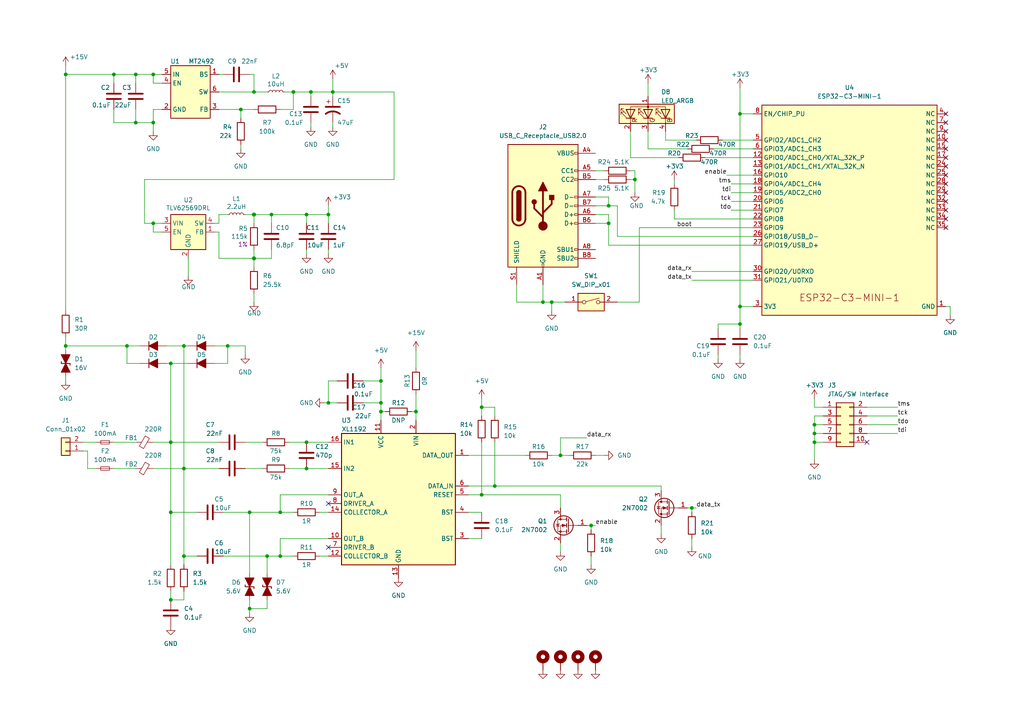
<source format=kicad_sch>
(kicad_sch (version 20231120) (generator "eeschema") (generator_version "8.0")
  (paper "A4")
  (title_block (title "Sappire Captain") (date "2022-12-27") (rev "r0.1") (company "Greg Davill <greg.davill@gmail.com>") (comment 1 "WiFi P1P2 Controller"))
  (junction (at 157.48 87.63))
  (junction (at 143.51 140.97))
  (junction (at 49.53 173.99))
  (junction (at 78.74 62.23))
  (junction (at 77.47 161.29))
  (junction (at 95.25 116.84))
  (junction (at 171.45 152.4))
  (junction (at 110.49 116.84))
  (junction (at 176.53 59.69))
  (junction (at 53.34 135.89))
  (junction (at 39.37 35.56))
  (junction (at 69.85 31.75))
  (junction (at 236.22 125.73))
  (junction (at 53.34 100.33))
  (junction (at 214.63 33.02))
  (junction (at 160.02 87.63))
  (junction (at 90.17 26.67))
  (junction (at 81.28 161.29))
  (junction (at 73.66 74.93) (diameter 1.016))
  (junction (at 214.63 88.9))
  (junction (at 88.9 128.27))
  (junction (at 95.25 62.23))
  (junction (at 110.49 119.38))
  (junction (at 88.9 135.89))
  (junction (at 44.45 64.77))
  (junction (at 81.28 148.59))
  (junction (at 200.66 147.32))
  (junction (at 184.15 52.07))
  (junction (at 139.7 118.11))
  (junction (at 73.66 26.67))
  (junction (at 120.65 119.38))
  (junction (at 72.39 148.59))
  (junction (at 19.05 100.33))
  (junction (at 162.56 132.08))
  (junction (at 44.45 21.59))
  (junction (at 19.05 21.59))
  (junction (at 44.45 35.56))
  (junction (at 236.22 123.19))
  (junction (at 49.53 148.59))
  (junction (at 66.04 100.33))
  (junction (at 73.66 62.23) (diameter 1.016))
  (junction (at 139.7 143.51))
  (junction (at 176.53 64.77))
  (junction (at 39.37 21.59))
  (junction (at 85.09 26.67))
  (junction (at 110.49 110.49))
  (junction (at 53.34 161.29))
  (junction (at 49.53 128.27))
  (junction (at 88.9 62.23))
  (junction (at 96.52 26.67))
  (junction (at 36.83 100.33))
  (junction (at 72.39 176.53))
  (junction (at 33.02 21.59))
  (junction (at 214.63 93.98))
  (junction (at 49.53 105.41))
  (junction (at 236.22 128.27))
  (no_connect (at 274.32 43.18))
  (no_connect (at 95.25 146.05))
  (no_connect (at 274.32 58.42))
  (no_connect (at 274.32 35.56))
  (no_connect (at 274.32 66.04))
  (no_connect (at 274.32 48.26))
  (no_connect (at 251.46 128.27))
  (no_connect (at 274.32 53.34))
  (no_connect (at 274.32 63.5))
  (no_connect (at 274.32 38.1))
  (no_connect (at 274.32 33.02))
  (no_connect (at 274.32 45.72))
  (no_connect (at 274.32 40.64))
  (no_connect (at 95.25 158.75))
  (no_connect (at 274.32 60.96))
  (no_connect (at 274.32 55.88))
  (no_connect (at 274.32 50.8))
  (wire (pts (xy 162.56 147.32) (xy 162.56 143.51)))
  (wire (pts (xy 193.04 38.1) (xy 193.04 40.64)))
  (wire (pts (xy 172.72 64.77) (xy 176.53 64.77)))
  (wire (pts (xy 49.53 105.41) (xy 54.61 105.41)))
  (wire (pts (xy 187.96 24.13) (xy 187.96 27.94)))
  (wire (pts (xy 33.02 35.56) (xy 39.37 35.56)))
  (wire (pts (xy 176.53 59.69) (xy 172.72 59.69)))
  (wire (pts (xy 114.3 52.07) (xy 41.91 52.07)))
  (wire (pts (xy 274.32 88.9) (xy 275.59 88.9)))
  (wire (pts (xy 81.28 31.75) (xy 85.09 31.75)))
  (wire (pts (xy 179.07 59.69) (xy 176.53 59.69)))
  (wire (pts (xy 157.48 82.55) (xy 157.48 87.63)))
  (wire (pts (xy 73.66 21.59) (xy 73.66 26.67)))
  (wire (pts (xy 236.22 115.57) (xy 236.22 118.11)))
  (wire (pts (xy 200.66 147.32) (xy 200.66 148.59)))
  (wire (pts (xy 53.34 100.33) (xy 53.34 135.89)))
  (wire (pts (xy 214.63 33.02) (xy 214.63 25.4)))
  (wire (pts (xy 63.5 67.31) (xy 62.23 67.31)))
  (wire (pts (xy 95.25 72.39) (xy 95.25 73.66)))
  (wire (pts (xy 143.51 128.27) (xy 143.51 140.97)))
  (wire (pts (xy 64.77 148.59) (xy 72.39 148.59)))
  (wire (pts (xy 77.47 161.29) (xy 77.47 166.37)))
  (wire (pts (xy 73.66 74.93) (xy 63.5 74.93)))
  (wire (pts (xy 93.98 116.84) (xy 95.25 116.84)))
  (wire (pts (xy 214.63 33.02) (xy 214.63 88.9)))
  (wire (pts (xy 184.15 49.53) (xy 184.15 52.07)))
  (wire (pts (xy 53.34 161.29) (xy 57.15 161.29)))
  (wire (pts (xy 90.17 26.67) (xy 96.52 26.67)))
  (wire (pts (xy 218.44 33.02) (xy 214.63 33.02)))
  (wire (pts (xy 19.05 19.05) (xy 19.05 21.59)))
  (wire (pts (xy 72.39 148.59) (xy 81.28 148.59)))
  (wire (pts (xy 81.28 156.21) (xy 81.28 161.29)))
  (wire (pts (xy 195.58 52.07) (xy 195.58 53.34)))
  (wire (pts (xy 88.9 128.27) (xy 95.25 128.27)))
  (wire (pts (xy 81.28 148.59) (xy 85.09 148.59)))
  (wire (pts (xy 179.07 68.58) (xy 179.07 59.69)))
  (wire (pts (xy 95.25 143.51) (xy 81.28 143.51)))
  (wire (pts (xy 78.74 74.93) (xy 73.66 74.93)))
  (wire (pts (xy 63.5 26.67) (xy 73.66 26.67)))
  (wire (pts (xy 182.88 52.07) (xy 184.15 52.07)))
  (wire (pts (xy 260.35 118.11) (xy 251.46 118.11)))
  (wire (pts (xy 139.7 115.57) (xy 139.7 118.11)))
  (wire (pts (xy 95.25 110.49) (xy 97.79 110.49)))
  (wire (pts (xy 19.05 21.59) (xy 19.05 90.17)))
  (wire (pts (xy 40.64 105.41) (xy 36.83 105.41)))
  (wire (pts (xy 110.49 121.92) (xy 110.49 119.38)))
  (wire (pts (xy 200.66 147.32) (xy 201.93 147.32)))
  (wire (pts (xy 238.76 120.65) (xy 236.22 120.65)))
  (wire (pts (xy 139.7 118.11) (xy 139.7 120.65)))
  (wire (pts (xy 208.28 102.87) (xy 208.28 104.14)))
  (wire (pts (xy 135.89 143.51) (xy 139.7 143.51)))
  (wire (pts (xy 236.22 125.73) (xy 236.22 128.27)))
  (wire (pts (xy 71.12 135.89) (xy 76.2 135.89)))
  (wire (pts (xy 143.51 140.97) (xy 191.77 140.97)))
  (wire (pts (xy 46.99 21.59) (xy 44.45 21.59)))
  (wire (pts (xy 218.44 45.72) (xy 204.47 45.72)))
  (wire (pts (xy 78.74 62.23) (xy 78.74 64.77)))
  (wire (pts (xy 212.09 60.96) (xy 218.44 60.96)))
  (wire (pts (xy 63.5 74.93) (xy 63.5 67.31)))
  (wire (pts (xy 187.96 43.18) (xy 187.96 38.1)))
  (wire (pts (xy 63.5 31.75) (xy 69.85 31.75)))
  (wire (pts (xy 53.34 135.89) (xy 53.34 161.29)))
  (wire (pts (xy 119.38 119.38) (xy 120.65 119.38)))
  (wire (pts (xy 44.45 128.27) (xy 49.53 128.27)))
  (wire (pts (xy 182.88 49.53) (xy 184.15 49.53)))
  (wire (pts (xy 236.22 118.11) (xy 238.76 118.11)))
  (wire (pts (xy 83.82 128.27) (xy 88.9 128.27)))
  (wire (pts (xy 135.89 148.59) (xy 139.7 148.59)))
  (wire (pts (xy 77.47 161.29) (xy 81.28 161.29)))
  (wire (pts (xy 199.39 147.32) (xy 200.66 147.32)))
  (wire (pts (xy 171.45 152.4) (xy 172.72 152.4)))
  (wire (pts (xy 260.35 123.19) (xy 251.46 123.19)))
  (wire (pts (xy 96.52 35.56) (xy 96.52 36.83)))
  (wire (pts (xy 95.25 116.84) (xy 97.79 116.84)))
  (wire (pts (xy 53.34 135.89) (xy 63.5 135.89)))
  (wire (pts (xy 185.42 87.63) (xy 185.42 66.04)))
  (wire (pts (xy 236.22 128.27) (xy 238.76 128.27)))
  (wire (pts (xy 49.53 171.45) (xy 49.53 173.99)))
  (wire (pts (xy 160.02 132.08) (xy 162.56 132.08)))
  (wire (pts (xy 44.45 21.59) (xy 39.37 21.59)))
  (wire (pts (xy 54.61 100.33) (xy 53.34 100.33)))
  (wire (pts (xy 162.56 157.48) (xy 162.56 160.02)))
  (wire (pts (xy 44.45 67.31) (xy 44.45 64.77)))
  (wire (pts (xy 149.86 82.55) (xy 149.86 87.63)))
  (wire (pts (xy 172.72 132.08) (xy 175.26 132.08)))
  (wire (pts (xy 196.85 45.72) (xy 182.88 45.72)))
  (wire (pts (xy 49.53 173.99) (xy 53.34 173.99)))
  (wire (pts (xy 236.22 120.65) (xy 236.22 123.19)))
  (wire (pts (xy 176.53 64.77) (xy 176.53 71.12)))
  (wire (pts (xy 90.17 35.56) (xy 90.17 36.83)))
  (wire (pts (xy 120.65 114.3) (xy 120.65 119.38)))
  (wire (pts (xy 172.72 52.07) (xy 175.26 52.07)))
  (wire (pts (xy 214.63 88.9) (xy 214.63 93.98)))
  (wire (pts (xy 212.09 55.88) (xy 218.44 55.88)))
  (wire (pts (xy 73.66 62.23) (xy 78.74 62.23)))
  (wire (pts (xy 214.63 102.87) (xy 214.63 104.14)))
  (wire (pts (xy 63.5 21.59) (xy 64.77 21.59)))
  (wire (pts (xy 149.86 87.63) (xy 157.48 87.63)))
  (wire (pts (xy 208.28 93.98) (xy 214.63 93.98)))
  (wire (pts (xy 46.99 24.13) (xy 44.45 24.13)))
  (wire (pts (xy 95.25 59.69) (xy 95.25 62.23)))
  (wire (pts (xy 49.53 163.83) (xy 49.53 148.59)))
  (wire (pts (xy 71.12 100.33) (xy 71.12 102.87)))
  (wire (pts (xy 81.28 161.29) (xy 85.09 161.29)))
  (wire (pts (xy 39.37 31.75) (xy 39.37 35.56)))
  (wire (pts (xy 96.52 22.86) (xy 96.52 26.67)))
  (wire (pts (xy 85.09 26.67) (xy 90.17 26.67)))
  (wire (pts (xy 72.39 21.59) (xy 73.66 21.59)))
  (wire (pts (xy 185.42 66.04) (xy 218.44 66.04)))
  (wire (pts (xy 218.44 88.9) (xy 214.63 88.9)))
  (wire (pts (xy 62.23 105.41) (xy 66.04 105.41)))
  (wire (pts (xy 72.39 176.53) (xy 72.39 177.8)))
  (wire (pts (xy 41.91 64.77) (xy 44.45 64.77)))
  (wire (pts (xy 72.39 148.59) (xy 72.39 166.37)))
  (wire (pts (xy 72.39 173.99) (xy 72.39 176.53)))
  (wire (pts (xy 33.02 128.27) (xy 39.37 128.27)))
  (wire (pts (xy 88.9 62.23) (xy 88.9 64.77)))
  (wire (pts (xy 44.45 135.89) (xy 53.34 135.89)))
  (wire (pts (xy 163.83 87.63) (xy 160.02 87.63)))
  (wire (pts (xy 162.56 127) (xy 170.18 127)))
  (wire (pts (xy 105.41 116.84) (xy 110.49 116.84)))
  (wire (pts (xy 19.05 100.33) (xy 36.83 100.33)))
  (wire (pts (xy 88.9 135.89) (xy 95.25 135.89)))
  (wire (pts (xy 39.37 135.89) (xy 33.02 135.89)))
  (wire (pts (xy 209.55 40.64) (xy 218.44 40.64)))
  (wire (pts (xy 63.5 64.77) (xy 62.23 64.77)))
  (wire (pts (xy 88.9 62.23) (xy 95.25 62.23)))
  (wire (pts (xy 218.44 43.18) (xy 207.01 43.18)))
  (wire (pts (xy 214.63 93.98) (xy 214.63 95.25)))
  (wire (pts (xy 19.05 109.22) (xy 19.05 110.49)))
  (wire (pts (xy 25.4 135.89) (xy 25.4 130.81)))
  (wire (pts (xy 66.04 105.41) (xy 66.04 100.33)))
  (wire (pts (xy 71.12 128.27) (xy 76.2 128.27)))
  (wire (pts (xy 210.82 50.8) (xy 218.44 50.8)))
  (wire (pts (xy 46.99 67.31) (xy 44.45 67.31)))
  (wire (pts (xy 162.56 132.08) (xy 165.1 132.08)))
  (wire (pts (xy 27.94 135.89) (xy 25.4 135.89)))
  (wire (pts (xy 172.72 49.53) (xy 175.26 49.53)))
  (wire (pts (xy 110.49 106.68) (xy 110.49 110.49)))
  (wire (pts (xy 44.45 64.77) (xy 46.99 64.77)))
  (wire (pts (xy 120.65 101.6) (xy 120.65 106.68)))
  (wire (pts (xy 73.66 62.23) (xy 73.66 64.77)))
  (wire (pts (xy 208.28 93.98) (xy 208.28 95.25)))
  (wire (pts (xy 191.77 152.4) (xy 191.77 154.94)))
  (wire (pts (xy 195.58 63.5) (xy 195.58 60.96)))
  (wire (pts (xy 212.09 58.42) (xy 218.44 58.42)))
  (wire (pts (xy 19.05 100.33) (xy 19.05 97.79)))
  (wire (pts (xy 82.55 26.67) (xy 85.09 26.67)))
  (wire (pts (xy 39.37 21.59) (xy 39.37 24.13)))
  (wire (pts (xy 49.53 128.27) (xy 63.5 128.27)))
  (wire (pts (xy 78.74 72.39) (xy 78.74 74.93)))
  (wire (pts (xy 110.49 119.38) (xy 111.76 119.38)))
  (wire (pts (xy 114.3 26.67) (xy 114.3 52.07)))
  (wire (pts (xy 48.26 100.33) (xy 53.34 100.33)))
  (wire (pts (xy 218.44 68.58) (xy 179.07 68.58)))
  (wire (pts (xy 171.45 152.4) (xy 171.45 153.67)))
  (wire (pts (xy 41.91 52.07) (xy 41.91 64.77)))
  (wire (pts (xy 236.22 125.73) (xy 238.76 125.73)))
  (wire (pts (xy 95.25 156.21) (xy 81.28 156.21)))
  (wire (pts (xy 200.66 156.21) (xy 200.66 158.75)))
  (wire (pts (xy 36.83 100.33) (xy 36.83 105.41)))
  (wire (pts (xy 143.51 120.65) (xy 143.51 118.11)))
  (wire (pts (xy 171.45 161.29) (xy 171.45 163.83)))
  (wire (pts (xy 170.18 152.4) (xy 171.45 152.4)))
  (wire (pts (xy 73.66 26.67) (xy 77.47 26.67)))
  (wire (pts (xy 49.53 105.41) (xy 49.53 128.27)))
  (wire (pts (xy 54.61 74.93) (xy 54.61 80.01)))
  (wire (pts (xy 110.49 116.84) (xy 110.49 110.49)))
  (wire (pts (xy 66.04 100.33) (xy 71.12 100.33)))
  (wire (pts (xy 172.72 62.23) (xy 176.53 62.23)))
  (wire (pts (xy 53.34 173.99) (xy 53.34 171.45)))
  (wire (pts (xy 46.99 31.75) (xy 44.45 31.75)))
  (wire (pts (xy 77.47 176.53) (xy 72.39 176.53)))
  (wire (pts (xy 193.04 40.64) (xy 201.93 40.64)))
  (wire (pts (xy 92.71 148.59) (xy 95.25 148.59)))
  (wire (pts (xy 212.09 53.34) (xy 218.44 53.34)))
  (wire (pts (xy 200.66 78.74) (xy 218.44 78.74)))
  (wire (pts (xy 71.12 62.23) (xy 73.66 62.23)))
  (wire (pts (xy 53.34 163.83) (xy 53.34 161.29)))
  (wire (pts (xy 236.22 123.19) (xy 236.22 125.73)))
  (wire (pts (xy 95.25 110.49) (xy 95.25 116.84)))
  (wire (pts (xy 73.66 85.09) (xy 73.66 87.63)))
  (wire (pts (xy 135.89 140.97) (xy 143.51 140.97)))
  (wire (pts (xy 275.59 88.9) (xy 275.59 91.44)))
  (wire (pts (xy 48.26 105.41) (xy 49.53 105.41)))
  (wire (pts (xy 260.35 125.73) (xy 251.46 125.73)))
  (wire (pts (xy 39.37 35.56) (xy 44.45 35.56)))
  (wire (pts (xy 92.71 161.29) (xy 95.25 161.29)))
  (wire (pts (xy 19.05 21.59) (xy 33.02 21.59)))
  (wire (pts (xy 83.82 135.89) (xy 88.9 135.89)))
  (wire (pts (xy 44.45 35.56) (xy 44.45 38.1)))
  (wire (pts (xy 96.52 26.67) (xy 96.52 27.94)))
  (wire (pts (xy 88.9 72.39) (xy 88.9 73.66)))
  (wire (pts (xy 199.39 43.18) (xy 187.96 43.18)))
  (wire (pts (xy 182.88 45.72) (xy 182.88 38.1)))
  (wire (pts (xy 40.64 100.33) (xy 36.83 100.33)))
  (wire (pts (xy 85.09 31.75) (xy 85.09 26.67)))
  (wire (pts (xy 110.49 119.38) (xy 110.49 116.84)))
  (wire (pts (xy 63.5 62.23) (xy 66.04 62.23)))
  (wire (pts (xy 69.85 31.75) (xy 73.66 31.75)))
  (wire (pts (xy 90.17 26.67) (xy 90.17 27.94)))
  (wire (pts (xy 62.23 100.33) (xy 66.04 100.33)))
  (wire (pts (xy 160.02 87.63) (xy 160.02 90.17)))
  (wire (pts (xy 25.4 130.81) (xy 24.13 130.81)))
  (wire (pts (xy 44.45 31.75) (xy 44.45 35.56)))
  (wire (pts (xy 24.13 128.27) (xy 27.94 128.27)))
  (wire (pts (xy 143.51 118.11) (xy 139.7 118.11)))
  (wire (pts (xy 33.02 21.59) (xy 39.37 21.59)))
  (wire (pts (xy 218.44 63.5) (xy 195.58 63.5)))
  (wire (pts (xy 19.05 100.33) (xy 19.05 101.6)))
  (wire (pts (xy 49.53 148.59) (xy 57.15 148.59)))
  (wire (pts (xy 236.22 128.27) (xy 236.22 133.35)))
  (wire (pts (xy 95.25 62.23) (xy 95.25 64.77)))
  (wire (pts (xy 172.72 57.15) (xy 176.53 57.15)))
  (wire (pts (xy 179.07 87.63) (xy 185.42 87.63)))
  (wire (pts (xy 33.02 21.59) (xy 33.02 24.13)))
  (wire (pts (xy 176.53 71.12) (xy 218.44 71.12)))
  (wire (pts (xy 157.48 87.63) (xy 160.02 87.63)))
  (wire (pts (xy 44.45 24.13) (xy 44.45 21.59)))
  (wire (pts (xy 69.85 41.91) (xy 69.85 43.18)))
  (wire (pts (xy 81.28 143.51) (xy 81.28 148.59)))
  (wire (pts (xy 200.66 81.28) (xy 218.44 81.28)))
  (wire (pts (xy 139.7 128.27) (xy 139.7 143.51)))
  (wire (pts (xy 49.53 128.27) (xy 49.53 148.59)))
  (wire (pts (xy 73.66 72.39) (xy 73.66 74.93)))
  (wire (pts (xy 88.9 62.23) (xy 78.74 62.23)))
  (wire (pts (xy 139.7 143.51) (xy 162.56 143.51)))
  (wire (pts (xy 135.89 132.08) (xy 152.4 132.08)))
  (wire (pts (xy 69.85 31.75) (xy 69.85 34.29)))
  (wire (pts (xy 176.53 62.23) (xy 176.53 64.77)))
  (wire (pts (xy 176.53 57.15) (xy 176.53 59.69)))
  (wire (pts (xy 260.35 120.65) (xy 251.46 120.65)))
  (wire (pts (xy 135.89 156.21) (xy 139.7 156.21)))
  (wire (pts (xy 191.77 142.24) (xy 191.77 140.97)))
  (wire (pts (xy 73.66 74.93) (xy 73.66 77.47)))
  (wire (pts (xy 64.77 161.29) (xy 77.47 161.29)))
  (wire (pts (xy 236.22 123.19) (xy 238.76 123.19)))
  (wire (pts (xy 77.47 173.99) (xy 77.47 176.53)))
  (wire (pts (xy 162.56 132.08) (xy 162.56 127)))
  (wire (pts (xy 63.5 62.23) (xy 63.5 64.77)))
  (wire (pts (xy 33.02 31.75) (xy 33.02 35.56)))
  (wire (pts (xy 96.52 26.67) (xy 114.3 26.67)))
  (wire (pts (xy 110.49 110.49) (xy 105.41 110.49)))
  (wire (pts (xy 184.15 52.07) (xy 184.15 55.88)))
  (wire (pts (xy 120.65 119.38) (xy 120.65 121.92)))
  (label "tms" (at 260.35 118.11 0))
  (label "tdi" (at 212.09 55.88 180))
  (label "data_rx" (at 200.66 78.74 180))
  (label "tck" (at 260.35 120.65 0))
  (label "boot" (at 200.66 66.04 180))
  (label "enable" (at 172.72 152.4 0))
  (label "data_tx" (at 201.93 147.32 0))
  (label "tdo" (at 260.35 123.19 0))
  (label "tms" (at 212.09 53.34 180))
  (label "data_tx" (at 200.66 81.28 180))
  (label "enable" (at 210.82 50.8 180))
  (label "data_rx" (at 170.18 127 0))
  (label "tdo" (at 212.09 60.96 180))
  (label "tdi" (at 260.35 125.73 0))
  (label "tck" (at 212.09 58.42 180))
  (symbol (lib_id "Device:D_TVS_Filled") (at 77.47 170.18 90) (unit 1)
    (property "Reference" "D7" (at 80.01 168.9099 90) (effects (justify right)))
    (property "Value" "5.6V" (at 80.01 171.4499 90) (effects (justify right)))
    (property "Footprint" "Diode_SMD:D_SOD-123F" (effects (hide yes)))
    (property "PN" "BZT52H-B5V6,115" (effects (hide yes)))
  )
  (symbol (lib_id "Device:C") (at 49.53 177.8 180) (unit 1)
    (property "Reference" "C4" (at 53.34 176.5299 0) (effects (justify right)))
    (property "Value" "0.1uF" (at 53.34 179.0699 0) (effects (justify right)))
    (property "Footprint" "Capacitor_SMD:C_0402_1005Metric" (effects (hide yes)))
    (property "PN" "CL05B104KO5NNNC" (effects (hide yes)))
    (property "MFG" "Samsung Electro-Mechanics" (effects (hide yes)))
  )
  (symbol (lib_id "power:GND") (at 275.59 91.44 0) (unit 1)
    (property "Reference" "#PWR0107" (effects (hide yes)))
    (property "Value" "GND" (at 275.59 96.52 0))
  )
  (symbol (lib_id "Regulator_Switching:TLV62569DRL") (at 54.61 67.31 0) (unit 1)
    (property "Reference" "U2" (at 54.61 58.0198 0))
    (property "Value" "TLV62569DRL" (at 54.61 60.3185 0))
    (property "Footprint" "Package_TO_SOT_SMD:SOT-666" (effects (hide yes)))
    (property "Datasheet" "http://www.ti.com/lit/ds/symlink/tlv62569.pdf" (effects (hide yes)))
    (property "Mfg" "Texas Instruments" (effects (hide yes)))
    (property "PN" "TLV62569DRLR" (effects (hide yes)))
    (property "MFG" "Texas Instruments" (effects (hide yes)))
  )
  (symbol (lib_id "Device:R") (at 168.91 132.08 270) (unit 1)
    (property "Reference" "R17" (at 168.91 129.54 90))
    (property "Value" "22k" (at 168.91 134.62 90))
    (property "Footprint" "Resistor_SMD:R_0402_1005Metric" (effects (hide yes)))
    (property "MFG" "YAGEO" (effects (hide yes)))
    (property "PN" "RC0402FR-0722KL" (effects (hide yes)))
  )
  (symbol (lib_id "Device:C") (at 33.02 27.94 0) (unit 1)
    (property "Reference" "C2" (at 29.21 25.4 0) (effects (justify left)))
    (property "Value" "0.1uF" (at 26.67 30.48 0) (effects (justify left)))
    (property "Footprint" "Capacitor_SMD:C_0402_1005Metric" (effects (hide yes)))
    (property "PN" "CL05B104KO5NNNC" (effects (hide yes)))
    (property "MFG" "Samsung Electro-Mechanics" (effects (hide yes)))
  )
  (symbol (lib_id "power:GND") (at 200.66 158.75 0) (unit 1)
    (property "Reference" "#PWR0114" (effects (hide yes)))
    (property "Value" "GND" (at 204.47 161.29 0))
  )
  (symbol (lib_id "Device:C") (at 95.25 68.58 0) (mirror y) (unit 1)
    (property "Reference" "C14" (at 96.52 66.04 0) (effects (justify right)))
    (property "Value" "1uF" (at 96.52 71.12 0) (effects (justify right)))
    (property "Footprint" "Capacitor_SMD:C_0402_1005Metric" (effects (hide yes)))
    (property "Mfg" "Yageo" (effects (hide yes)))
    (property "PN" "CL05X105KA5NQNC" (effects (hide yes)))
    (property "MFG" "Samsung Electro-Mechanics" (effects (hide yes)))
  )
  (symbol (lib_id "Device:R") (at 200.66 45.72 90) (unit 1)
    (property "Reference" "R20" (at 195.58 44.45 90))
    (property "Value" "470R" (at 205.74 46.99 90))
    (property "Footprint" "Resistor_SMD:R_0402_1005Metric" (effects (hide yes)))
    (property "MFG" "YAGEO" (effects (hide yes)))
    (property "PN" "RC0402FR-07470RL" (effects (hide yes)))
  )
  (symbol (lib_id "power:+3V3") (at 214.63 25.4 0) (unit 1)
    (property "Reference" "#PWR0101" (effects (hide yes)))
    (property "Value" "+3V3" (at 214.7062 21.5646 0))
  )
  (symbol (lib_id "Device:FerriteBead_Small") (at 41.91 135.89 90) (unit 1)
    (property "Reference" "FB2" (at 38.1 134.62 90))
    (property "Value" "220R" (at 44.45 132.08 90))
    (property "Footprint" "Inductor_SMD:L_0402_1005Metric" (effects (hide yes)))
    (property "MFG" "Chilisin Elec" (effects (hide yes)))
    (property "PN" "PBY100505T-101Y-N" (effects (hide yes)))
  )
  (symbol (lib_id "Device:R") (at 171.45 157.48 180) (unit 1)
    (property "Reference" "R18" (at 173.99 156.845 0) (effects (justify right)))
    (property "Value" "10k" (at 173.99 159.385 0) (effects (justify right)))
    (property "Footprint" "Resistor_SMD:R_0402_1005Metric" (effects (hide yes)))
    (property "MFG" "YAGEO" (effects (hide yes)))
    (property "PN" "RC0402FR-0710KL" (effects (hide yes)))
  )
  (symbol (lib_id "Switch:SW_DIP_x01") (at 171.45 87.63 0) (unit 1)
    (property "Reference" "SW1" (at 171.45 80.01 0))
    (property "Value" "SW_DIP_x01" (at 171.45 82.55 0))
    (property "Footprint" "Button_Switch_SMD:SW_SPST_PTS810" (effects (hide yes)))
    (property "MFG" "C&K" (effects (hide yes)))
    (property "PN" "PTS810SJK250SMTRLFS" (effects (hide yes)))
  )
  (symbol (lib_id "lib:MT2492") (at 54.61 24.13 0) (unit 1)
    (property "Reference" "U1" (at 50.8 17.78 0))
    (property "Value" "MT2492" (at 58.42 17.78 0))
    (property "Footprint" "Package_TO_SOT_SMD:SOT-23-6" (effects (hide yes)))
    (property "Datasheet" "https://datasheet.lcsc.com/lcsc/1810262207_XI-AN-Aerosemi-Tech-MT2492_C89358.pdf" (effects (hide yes)))
    (property "MFG" "XI'AN Aerosemi Tech" (effects (hide yes)))
    (property "PN" "MT2492" (effects (hide yes)))
  )
  (symbol (lib_id "Device:Fuse_Small") (at 30.48 128.27 0) (unit 1)
    (property "Reference" "F1" (at 30.48 123.19 0))
    (property "Value" "100mA" (at 30.48 125.73 0))
    (property "Footprint" "Fuse:Fuse_0402_1005Metric" (effects (hide yes)))
    (property "MFG" "Shenzhen JDT Fuse" (effects (hide yes)))
    (property "PN" "JFC0402-0250FS" (effects (hide yes)))
  )
  (symbol (lib_id "Device:R") (at 80.01 135.89 90) (unit 1)
    (property "Reference" "R9" (at 80.01 133.35 90))
    (property "Value" "75k" (at 80.01 138.43 90))
    (property "Footprint" "Resistor_SMD:R_0402_1005Metric" (effects (hide yes)))
    (property "MFG" "YAGEO" (effects (hide yes)))
    (property "PN" "RC0402FR-0775KL" (effects (hide yes)))
  )
  (symbol (lib_id "Device:C") (at 60.96 148.59 90) (unit 1)
    (property "Reference" "C5" (at 63.5 144.78 90))
    (property "Value" "10uF" (at 64.77 147.32 90))
    (property "Footprint" "Capacitor_SMD:C_0603_1608Metric" (effects (hide yes)))
    (property "MFG" "Samsung Electro-Mechanics" (effects (hide yes)))
    (property "PN" "CL10A106KP8NNNC" (effects (hide yes)))
  )
  (symbol (lib_id "Espressif:ESP32-C3-MINI-1") (at 246.38 60.96 0) (unit 1)
    (property "Reference" "U4" (at 246.38 25.4 0))
    (property "Value" "ESP32-C3-MINI-1" (at 246.38 27.94 0))
    (property "Footprint" "Espressif:ESP32-C3-MINI-1" (effects (hide yes)))
    (property "Datasheet" "https://www.espressif.com/sites/default/files/documentation/esp32-c3-mini-1_datasheet_en.pdf" (effects (hide yes)))
  )
  (symbol (lib_id "power:+5V") (at 139.7 115.57 0) (unit 1)
    (property "Reference" "#PWR0105" (effects (hide yes)))
    (property "Value" "+5V" (at 139.7 110.49 0))
  )
  (symbol (lib_id "Device:L_Small") (at 68.58 62.23 90) (unit 1)
    (property "Reference" "L1" (at 68.58 57.6388 90))
    (property "Value" "2.2uH" (at 68.58 59.9375 90))
    (property "Footprint" "Inductor_SMD:L_Taiyo-Yuden_NR-30xx" (effects (hide yes)))
    (property "Mfg" "MINGSTAR " (effects (hide yes)))
    (property "PN" "UT252010N-2R2M" (effects (hide yes)))
  )
  (symbol (lib_id "power:GND") (at 214.63 104.14 0) (unit 1)
    (property "Reference" "#PWR0109" (effects (hide yes)))
    (property "Value" "GND" (at 214.63 109.22 0))
  )
  (symbol (lib_id "power:GND") (at 184.15 55.88 0) (unit 1)
    (property "Reference" "#PWR0139" (effects (hide yes)))
    (property "Value" "GND" (at 186.69 59.69 0) (effects (justify right)))
  )
  (symbol (lib_id "power:+15V") (at 19.05 19.05 0) (unit 1)
    (property "Reference" "#PWR0130" (effects (hide yes)))
    (property "Value" "+15V" (at 22.86 16.51 0))
  )
  (symbol (lib_id "Device:R") (at 19.05 93.98 0) (unit 1)
    (property "Reference" "R1" (at 21.59 92.7099 0) (effects (justify left)))
    (property "Value" "30R" (at 21.59 95.2499 0) (effects (justify left)))
    (property "Footprint" "Resistor_SMD:R_2010_5025Metric" (effects (hide yes)))
    (property "MFG" "YAGEO" (effects (hide yes)))
    (property "PN" "RC2010JK-0730RL" (effects (hide yes)))
  )
  (symbol (lib_id "power:GND") (at 160.02 90.17 0) (unit 1)
    (property "Reference" "#PWR0104" (effects (hide yes)))
    (property "Value" "GND" (at 160.02 95.25 0))
  )
  (symbol (lib_id "Device:L_Small") (at 80.01 26.67 90) (unit 1)
    (property "Reference" "L2" (at 80.01 22.0788 90))
    (property "Value" "10uH" (at 80.01 24.3775 90))
    (property "Footprint" "Inductor_SMD:L_Taiyo-Yuden_NR-30xx" (effects (hide yes)))
    (property "MFG" "YJYCOIN" (effects (hide yes)))
    (property "PN" "YNR3015-100M" (effects (hide yes)))
    (property "lcsc" "C340363" (effects (hide yes)))
  )
  (symbol (lib_id "power:+5V") (at 110.49 106.68 0) (unit 1)
    (property "Reference" "#PWR0116" (effects (hide yes)))
    (property "Value" "+5V" (at 110.49 101.6 0))
  )
  (symbol (lib_id "Device:C") (at 78.74 68.58 0) (unit 1)
    (property "Reference" "C10" (at 80.01 66.04 0) (effects (justify left)))
    (property "Value" "6.8pF" (at 80.01 71.12 0) (effects (justify left)))
    (property "Footprint" "Capacitor_SMD:C_0402_1005Metric" (effects (hide yes)))
    (property "Mfg" "Yageo" (effects (hide yes)))
    (property "PN" "CC0402CRNPO9BN6R8" (effects (hide yes)))
    (property "MFG" "Samsung Electro-Mechanics" (effects (hide yes)))
  )
  (symbol (lib_id "Device:C") (at 88.9 132.08 0) (unit 1)
    (property "Reference" "C12" (at 91.44 129.54 0) (effects (justify left)))
    (property "Value" "470p" (at 91.44 132.08 0) (effects (justify left)))
    (property "Footprint" "Capacitor_SMD:C_0402_1005Metric" (effects (hide yes)))
    (property "MFG" "Samsung Electro-Mechanics" (effects (hide yes)))
    (property "PN" "CL05B471KB5NNNC" (effects (hide yes)))
  )
  (symbol (lib_id "power:GND") (at 93.98 116.84 270) (unit 1)
    (property "Reference" "#PWR0118" (effects (hide yes)))
    (property "Value" "GND" (at 88.9 116.84 90))
  )
  (symbol (lib_id "Connector_Generic:Conn_02x05_Odd_Even") (at 243.84 123.19 0) (unit 1)
    (property "Reference" "J3" (at 241.3 111.76 0))
    (property "Value" "JTAG/SW Interface" (at 248.92 114.3 0))
    (property "Footprint" "Connector_PinHeader_1.27mm:PinHeader_2x05_P1.27mm_Vertical_SMD" (effects (hide yes)))
  )
  (symbol (lib_id "Device:C_Polarized_US") (at 96.52 31.75 0) (unit 1)
    (property "Reference" "C15" (at 97.79 29.21 0) (effects (justify left)))
    (property "Value" "47uF" (at 97.79 35.56 0) (effects (justify left)))
    (property "Footprint" "Capacitor_SMD:CP_Elec_6.3x4.5" (effects (hide yes)))
    (property "MFG" "DMBJ" (effects (hide yes)))
    (property "PN" "RVT1V470M0605" (effects (hide yes)))
    (property "PN-alt0" "ROQANG " (effects (hide yes)))
    (property "lcsc" "C72522" (effects (hide yes)))
  )
  (symbol (lib_id "Device:Q_NMOS_GSD") (at 165.1 152.4 0) (mirror y) (unit 1)
    (property "Reference" "Q1" (at 158.75 151.1299 0) (effects (justify left)))
    (property "Value" "2N7002" (at 158.75 153.6699 0) (effects (justify left)))
    (property "Footprint" "Package_TO_SOT_SMD:SOT-23" (effects (hide yes)))
    (property "MFG" "Jiangsu Changjing Electronics Technology Co., Ltd." (effects (hide yes)))
    (property "PN" "2N7002" (effects (hide yes)))
  )
  (symbol (lib_id "Device:D_Filled") (at 58.42 105.41 0) (unit 1)
    (property "Reference" "D5" (at 58.42 102.87 0))
    (property "Value" "D_Filled" (effects (hide yes)))
    (property "Footprint" "Diode_SMD:D_SOD-123F" (effects (hide yes)))
    (property "MFG" "Shandong Jingdao Microelectronics" (effects (hide yes)))
    (property "PN" "1N5819W" (effects (hide yes)))
  )
  (symbol (lib_id "Connector_Generic:Conn_01x02") (at 19.05 130.81 180) (unit 1)
    (property "Reference" "J1" (at 19.05 121.92 0))
    (property "Value" "Conn_01x02" (at 19.05 124.46 0))
    (property "Footprint" "TerminalBlock_WAGO:TerminalBlock_WAGO_236-102_1x02_P5.00mm_45Degree" (effects (hide yes)))
    (property "MFG" "WAGO Corporation" (effects (hide yes)))
    (property "PN" "2604-1102" (effects (hide yes)))
  )
  (symbol (lib_id "Device:Fuse_Small") (at 30.48 135.89 0) (unit 1)
    (property "Reference" "F2" (at 30.48 130.81 0))
    (property "Value" "100mA" (at 30.48 133.35 0))
    (property "Footprint" "Fuse:Fuse_0402_1005Metric" (effects (hide yes)))
    (property "MFG" "Shenzhen JDT Fuse" (effects (hide yes)))
    (property "PN" "JFC0402-0250FS" (effects (hide yes)))
  )
  (symbol (lib_id "power:GND") (at 96.52 36.83 0) (unit 1)
    (property "Reference" "#PWR0127" (effects (hide yes)))
    (property "Value" "GND" (at 96.52 41.91 0))
  )
  (symbol (lib_id "power:GND") (at 90.17 36.83 0) (unit 1)
    (property "Reference" "#PWR0128" (effects (hide yes)))
    (property "Value" "GND" (at 90.17 41.91 0))
  )
  (symbol (lib_id "Device:R") (at 156.21 132.08 270) (unit 1)
    (property "Reference" "R16" (at 156.21 129.54 90))
    (property "Value" "10k" (at 156.21 134.62 90))
    (property "Footprint" "Resistor_SMD:R_0402_1005Metric" (effects (hide yes)))
    (property "MFG" "YAGEO" (effects (hide yes)))
    (property "PN" "RC0402FR-0710KL" (effects (hide yes)))
  )
  (symbol (lib_id "Device:LED_ARGB") (at 187.96 33.02 90) (unit 1)
    (property "Reference" "D8" (at 191.77 26.67 90) (effects (justify right)))
    (property "Value" "LED_ARGB" (at 191.77 29.21 90) (effects (justify right)))
    (property "Footprint" "lib:0404LED_RGB" (effects (hide yes)))
  )
  (symbol (lib_id "power:+3V3") (at 187.96 24.13 0) (unit 1)
    (property "Reference" "#PWR0102" (effects (hide yes)))
    (property "Value" "+3V3" (at 188.0362 20.2946 0))
  )
  (symbol (lib_id "Mechanical:MountingHole_Pad") (at 162.56 191.77 0) (unit 1) (in_bom no)
    (property "Reference" "H2" (effects (hide yes)))
    (property "Value" "MountingHole_Pad" (effects (hide yes)))
    (property "Footprint" "MountingHole:MountingHole_3.2mm_M3_Pad_Via" (effects (hide yes)))
  )
  (symbol (lib_id "Device:R") (at 179.07 52.07 90) (unit 1)
    (property "Reference" "R25" (at 175.26 54.61 90))
    (property "Value" "5.1K" (at 180.34 54.61 90))
    (property "Footprint" "Resistor_SMD:R_0402_1005Metric" (effects (hide yes)))
    (property "MFG" "YAGEO" (effects (hide yes)))
    (property "PN" "RC0402FR-075K1L" (effects (hide yes)))
  )
  (symbol (lib_id "Device:C") (at 68.58 21.59 90) (mirror x) (unit 1)
    (property "Reference" "C9" (at 67.31 17.78 90))
    (property "Value" "22nF" (at 72.39 17.78 90))
    (property "Footprint" "Capacitor_SMD:C_0402_1005Metric" (effects (hide yes)))
    (property "Mfg" "Yageo" (effects (hide yes)))
    (property "PN" "CL05B223KB5VPNC" (effects (hide yes)))
    (property "MFG" "Samsung Electro-Mechanics" (effects (hide yes)))
  )
  (symbol (lib_id "Device:R") (at 73.66 68.58 180) (unit 1)
    (property "Reference" "R5" (at 71.882 66.2813 0) (effects (justify left)))
    (property "Value" "115k" (at 71.882 68.58 0) (effects (justify left)))
    (property "Footprint" "Resistor_SMD:R_0402_1005Metric" (effects (hide yes)))
    (property "PN" "RC0402FR-07115KL" (effects (hide yes)))
    (property "Mfg" "Yageo" (effects (hide yes)))
    (property "Tol" "1%" (at 71.882 70.8787 0) (effects (justify left)))
    (property "MFG" "YAGEO" (effects (hide yes)))
  )
  (symbol (lib_id "Device:R") (at 88.9 161.29 90) (unit 1)
    (property "Reference" "R11" (at 88.9 158.75 90))
    (property "Value" "1R" (at 88.9 163.83 90))
    (property "Footprint" "Resistor_SMD:R_0805_2012Metric" (effects (hide yes)))
    (property "MFG" "YAGEO" (effects (hide yes)))
    (property "PN" "RC0805FR-071RL" (effects (hide yes)))
  )
  (symbol (lib_id "power:+3V3") (at 236.22 115.57 0) (unit 1)
    (property "Reference" "#PWR0106" (effects (hide yes)))
    (property "Value" "+3V3" (at 236.2962 111.7346 0))
  )
  (symbol (lib_id "power:GND") (at 162.56 160.02 0) (unit 1)
    (property "Reference" "#PWR0115" (effects (hide yes)))
    (property "Value" "GND" (at 162.56 165.1 0))
  )
  (symbol (lib_id "Device:C") (at 139.7 152.4 0) (unit 1)
    (property "Reference" "C18" (at 143.51 151.1299 0) (effects (justify left)))
    (property "Value" "0.1uF" (at 143.51 153.6699 0) (effects (justify left)))
    (property "Footprint" "Capacitor_SMD:C_0402_1005Metric" (effects (hide yes)))
    (property "PN" "CL05B104KO5NNNC" (effects (hide yes)))
    (property "MFG" "Samsung Electro-Mechanics" (effects (hide yes)))
  )
  (symbol (lib_id "power:GND") (at 167.64 194.31 0) (unit 1)
    (property "Reference" "#PWR0136" (effects (hide yes)))
    (property "Value" "GND" (effects (hide yes)))
  )
  (symbol (lib_id "power:GND") (at 73.66 87.63 0) (unit 1)
    (property "Reference" "#PWR0131" (effects (hide yes)))
    (property "Value" "GND" (at 73.7362 90.8304 0))
  )
  (symbol (lib_id "Device:R") (at 49.53 167.64 180) (unit 1)
    (property "Reference" "R2" (at 46.99 166.3699 0) (effects (justify left)))
    (property "Value" "1.5k" (at 46.99 168.9099 0) (effects (justify left)))
    (property "Footprint" "Resistor_SMD:R_0402_1005Metric" (effects (hide yes)))
    (property "MFG" "YAGEO" (effects (hide yes)))
    (property "PN" "RC0402FR-071K5L" (effects (hide yes)))
  )
  (symbol (lib_id "power:GND") (at 49.53 181.61 0) (unit 1)
    (property "Reference" "#PWR0125" (effects (hide yes)))
    (property "Value" "GND" (at 49.53 186.69 0))
  )
  (symbol (lib_id "power:GND") (at 19.05 110.49 0) (unit 1)
    (property "Reference" "#PWR0124" (effects (hide yes)))
    (property "Value" "GND" (at 19.05 115.57 0))
  )
  (symbol (lib_id "Device:R") (at 77.47 31.75 270) (unit 1)
    (property "Reference" "R7" (at 77.47 35.56 90))
    (property "Value" "100k" (at 77.47 38.1 90))
    (property "Footprint" "Resistor_SMD:R_0402_1005Metric" (effects (hide yes)))
    (property "Mfg" "Yageo" (effects (hide yes)))
    (property "Tol" "1%" (effects (hide yes)))
    (property "MFG" "YAGEO" (effects (hide yes)))
    (property "PN" "RC0402FR-07100KL" (effects (hide yes)))
  )
  (symbol (lib_id "Device:C") (at 67.31 128.27 90) (unit 1)
    (property "Reference" "C7" (at 60.96 123.19 90))
    (property "Value" "22nF" (at 62.23 125.73 90))
    (property "Footprint" "Capacitor_SMD:C_0402_1005Metric" (effects (hide yes)))
    (property "MFG" "Samsung Electro-Mechanics" (effects (hide yes)))
    (property "PN" "CL05B223KB5VPNC" (effects (hide yes)))
  )
  (symbol (lib_id "power:GND") (at 162.56 194.31 0) (unit 1)
    (property "Reference" "#PWR0135" (effects (hide yes)))
    (property "Value" "GND" (effects (hide yes)))
  )
  (symbol (lib_id "Device:D_Filled") (at 44.45 105.41 0) (unit 1)
    (property "Reference" "D3" (at 44.45 102.87 0))
    (property "Value" "D_Filled" (effects (hide yes)))
    (property "Footprint" "Diode_SMD:D_SOD-123F" (effects (hide yes)))
    (property "MFG" "Shandong Jingdao Microelectronics" (effects (hide yes)))
    (property "PN" "1N5819W" (effects (hide yes)))
  )
  (symbol (lib_id "Device:R") (at 69.85 38.1 180) (unit 1)
    (property "Reference" "R4" (at 67.31 36.8299 0) (effects (justify left)))
    (property "Value" "22k" (at 67.31 39.3699 0) (effects (justify left)))
    (property "Footprint" "Resistor_SMD:R_0402_1005Metric" (effects (hide yes)))
    (property "PN" "RC0402FR-0722KL" (effects (hide yes)))
    (property "Mfg" "Yageo" (effects (hide yes)))
    (property "MFG" "YAGEO" (effects (hide yes)))
  )
  (symbol (lib_id "power:GND") (at 71.12 102.87 0) (unit 1)
    (property "Reference" "#PWR0123" (effects (hide yes)))
    (property "Value" "GND" (at 71.12 107.95 0))
  )
  (symbol (lib_id "Device:R") (at 53.34 167.64 180) (unit 1)
    (property "Reference" "R3" (at 55.88 166.3699 0) (effects (justify right)))
    (property "Value" "1.5k" (at 55.88 168.9099 0) (effects (justify right)))
    (property "Footprint" "Resistor_SMD:R_0402_1005Metric" (effects (hide yes)))
    (property "MFG" "YAGEO" (effects (hide yes)))
    (property "PN" "RC0402FR-071K5L" (effects (hide yes)))
  )
  (symbol (lib_id "Device:R") (at 179.07 49.53 90) (unit 1)
    (property "Reference" "R24" (at 175.26 46.99 90))
    (property "Value" "5.1K" (at 180.34 46.99 90))
    (property "Footprint" "Resistor_SMD:R_0402_1005Metric" (effects (hide yes)))
    (property "MFG" "YAGEO" (effects (hide yes)))
    (property "PN" "RC0402FR-075K1L" (effects (hide yes)))
  )
  (symbol (lib_id "Device:R") (at 139.7 124.46 180) (unit 1)
    (property "Reference" "R14" (at 133.35 123.19 0) (effects (justify right)))
    (property "Value" "10k" (at 133.35 125.73 0) (effects (justify right)))
    (property "Footprint" "Resistor_SMD:R_0402_1005Metric" (effects (hide yes)))
    (property "MFG" "YAGEO" (effects (hide yes)))
    (property "PN" "RC0402FR-0710KL" (effects (hide yes)))
  )
  (symbol (lib_id "Device:R") (at 80.01 128.27 90) (unit 1)
    (property "Reference" "R8" (at 80.01 125.73 90))
    (property "Value" "75k" (at 80.01 130.81 90))
    (property "Footprint" "Resistor_SMD:R_0402_1005Metric" (effects (hide yes)))
    (property "MFG" "YAGEO" (effects (hide yes)))
    (property "PN" "RC0402FR-0775KL" (effects (hide yes)))
  )
  (symbol (lib_id "Device:C") (at 67.31 135.89 90) (unit 1)
    (property "Reference" "C8" (at 60.96 130.81 90))
    (property "Value" "22nF" (at 62.23 133.35 90))
    (property "Footprint" "Capacitor_SMD:C_0402_1005Metric" (effects (hide yes)))
    (property "MFG" "Samsung Electro-Mechanics" (effects (hide yes)))
    (property "PN" "CL05B223KB5VPNC" (effects (hide yes)))
  )
  (symbol (lib_id "power:GND") (at 69.85 43.18 0) (unit 1)
    (property "Reference" "#PWR0121" (effects (hide yes)))
    (property "Value" "GND" (at 69.85 48.26 0))
  )
  (symbol (lib_id "Mechanical:MountingHole_Pad") (at 157.48 191.77 0) (unit 1) (in_bom no)
    (property "Reference" "H1" (effects (hide yes)))
    (property "Value" "MountingHole_Pad" (effects (hide yes)))
    (property "Footprint" "MountingHole:MountingHole_3.2mm_M3_Pad_Via" (effects (hide yes)))
  )
  (symbol (lib_id "power:GND") (at 171.45 163.83 0) (unit 1)
    (property "Reference" "#PWR0112" (effects (hide yes)))
    (property "Value" "GND" (at 171.45 168.91 0))
  )
  (symbol (lib_id "Device:C") (at 101.6 110.49 90) (unit 1)
    (property "Reference" "C16" (at 104.14 111.76 90))
    (property "Value" "0.1uF" (at 105.41 114.3 90))
    (property "Footprint" "Capacitor_SMD:C_0402_1005Metric" (effects (hide yes)))
    (property "PN" "CL05B104KO5NNNC" (effects (hide yes)))
    (property "MFG" "Samsung Electro-Mechanics" (effects (hide yes)))
  )
  (symbol (lib_id "power:GND") (at 208.28 104.14 0) (unit 1)
    (property "Reference" "#PWR0108" (effects (hide yes)))
    (property "Value" "GND" (at 208.28 109.22 0))
  )
  (symbol (lib_id "Device:C") (at 39.37 27.94 0) (mirror y) (unit 1)
    (property "Reference" "C3" (at 38.1 25.4 0) (effects (justify left)))
    (property "Value" "22uF" (at 38.1 30.48 0) (effects (justify left)))
    (property "Footprint" "Capacitor_SMD:C_1206_3216Metric" (effects (hide yes)))
    (property "Mfg" "Yageo" (effects (hide yes)))
    (property "PN" "CL31A226KAHNNNE" (effects (hide yes)))
    (property "MFG" "Samsung Electro-Mechanics" (effects (hide yes)))
  )
  (symbol (lib_id "power:GND") (at 236.22 133.35 0) (unit 1)
    (property "Reference" "#PWR0110" (effects (hide yes)))
    (property "Value" "GND" (at 236.22 138.43 0))
  )
  (symbol (lib_id "power:GND") (at 95.25 73.66 0) (unit 1)
    (property "Reference" "#PWR0134" (effects (hide yes)))
    (property "Value" "GND" (at 95.25 78.74 0))
  )
  (symbol (lib_id "power:GND") (at 72.39 177.8 0) (unit 1)
    (property "Reference" "#PWR0126" (effects (hide yes)))
    (property "Value" "GND" (at 72.39 182.88 0))
  )
  (symbol (lib_id "Device:R") (at 88.9 148.59 90) (unit 1)
    (property "Reference" "R10" (at 88.9 146.05 90))
    (property "Value" "1R" (at 88.9 151.13 90))
    (property "Footprint" "Resistor_SMD:R_0805_2012Metric" (effects (hide yes)))
    (property "MFG" "YAGEO" (effects (hide yes)))
    (property "PN" "RC0805FR-071RL" (effects (hide yes)))
  )
  (symbol (lib_id "Device:D_TVS_Filled") (at 72.39 170.18 90) (unit 1)
    (property "Reference" "D6" (at 69.85 168.9099 90) (effects (justify left)))
    (property "Value" "5.6V" (at 69.85 171.4499 90) (effects (justify left)))
    (property "Footprint" "Diode_SMD:D_SOD-123F" (effects (hide yes)))
    (property "PN" "BZT52H-B5V6,115" (effects (hide yes)))
  )
  (symbol (lib_id "power:GND") (at 157.48 194.31 0) (unit 1)
    (property "Reference" "#PWR0138" (effects (hide yes)))
    (property "Value" "GND" (effects (hide yes)))
  )
  (symbol (lib_id "power:+3V3") (at 195.58 52.07 0) (unit 1)
    (property "Reference" "#PWR0103" (effects (hide yes)))
    (property "Value" "+3V3" (at 195.6562 48.2346 0))
  )
  (symbol (lib_id "Device:C") (at 60.96 161.29 90) (unit 1)
    (property "Reference" "C6" (at 63.5 157.48 90))
    (property "Value" "10uF" (at 64.77 160.02 90))
    (property "Footprint" "Capacitor_SMD:C_0603_1608Metric" (effects (hide yes)))
    (property "MFG" "Samsung Electro-Mechanics" (effects (hide yes)))
    (property "PN" "CL10A106KP8NNNC" (effects (hide yes)))
  )
  (symbol (lib_id "Device:R") (at 195.58 57.15 0) (unit 1)
    (property "Reference" "R19" (at 193.04 55.8799 0) (effects (justify right)))
    (property "Value" "4.7k" (at 193.04 58.4199 0) (effects (justify right)))
    (property "Footprint" "Resistor_SMD:R_0402_1005Metric" (effects (hide yes)))
    (property "MFG" "YAGEO" (effects (hide yes)))
    (property "PN" "RC0402FR-074K7L" (effects (hide yes)))
  )
  (symbol (lib_id "Connector:USB_C_Receptacle_USB2.0") (at 157.48 59.69 0) (unit 1)
    (property "Reference" "J2" (at 157.48 36.83 0))
    (property "Value" "USB_C_Receptacle_USB2.0" (at 157.48 39.37 0))
    (property "Footprint" "Connector_USB:USB_C_Receptacle_XKB_U262-16XN-4BVC11" (effects (hide yes)))
    (property "Datasheet" "https://www.usb.org/sites/default/files/documents/usb_type-c.zip" (effects (hide yes)))
  )
  (symbol (lib_id "Device:C") (at 208.28 99.06 0) (mirror y) (unit 1)
    (property "Reference" "C19" (at 201.93 100.33 0) (effects (justify right)))
    (property "Value" "0.1uF" (at 200.66 102.87 0) (effects (justify right)))
    (property "Footprint" "Capacitor_SMD:C_0402_1005Metric" (effects (hide yes)))
    (property "Mfg" "Yageo" (effects (hide yes)))
    (property "PN" "CL05B104KO5NNNC" (effects (hide yes)))
    (property "MFG" "Samsung Electro-Mechanics" (effects (hide yes)))
  )
  (symbol (lib_id "power:GND") (at 172.72 194.31 0) (unit 1)
    (property "Reference" "#PWR0137" (effects (hide yes)))
    (property "Value" "GND" (effects (hide yes)))
  )
  (symbol (lib_id "Device:FerriteBead_Small") (at 41.91 128.27 90) (unit 1)
    (property "Reference" "FB1" (at 38.1 127 90))
    (property "Value" "220R" (at 44.45 124.46 90))
    (property "Footprint" "Inductor_SMD:L_0402_1005Metric" (effects (hide yes)))
    (property "MFG" "Chilisin Elec" (effects (hide yes)))
    (property "PN" "PBY100505T-101Y-N" (effects (hide yes)))
  )
  (symbol (lib_id "Device:R") (at 115.57 119.38 90) (unit 1)
    (property "Reference" "R12" (at 115.57 116.84 90))
    (property "Value" "DNP" (at 115.57 121.92 90))
    (property "Footprint" "Resistor_SMD:R_0402_1005Metric" (effects (hide yes)))
    (property "MFG" "YAGEO" (effects (hide yes)))
  )
  (symbol (lib_id "Device:D_Filled") (at 44.45 100.33 0) (unit 1)
    (property "Reference" "D2" (at 44.45 97.79 0))
    (property "Value" "D_Filled" (effects (hide yes)))
    (property "Footprint" "Diode_SMD:D_SOD-123F" (effects (hide yes)))
    (property "MFG" "Shandong Jingdao Microelectronics" (effects (hide yes)))
    (property "PN" "1N5819W" (effects (hide yes)))
  )
  (symbol (lib_id "Device:R") (at 120.65 110.49 180) (unit 1)
    (property "Reference" "R13" (at 118.11 110.49 90))
    (property "Value" "0R" (at 123.19 110.49 90))
    (property "Footprint" "Resistor_SMD:R_0402_1005Metric" (effects (hide yes)))
    (property "MFG" "YAGEO" (effects (hide yes)))
    (property "PN" "RC0402FR-070RL" (effects (hide yes)))
  )
  (symbol (lib_id "Device:Q_NMOS_GSD") (at 194.31 147.32 0) (mirror y) (unit 1)
    (property "Reference" "Q2" (at 187.96 144.78 0) (effects (justify left)))
    (property "Value" "2N7002" (at 187.96 147.32 0) (effects (justify left)))
    (property "Footprint" "Package_TO_SOT_SMD:SOT-23" (effects (hide yes)))
    (property "MFG" "Jiangsu Changjing Electronics Technology Co., Ltd." (effects (hide yes)))
    (property "PN" "2N7002" (effects (hide yes)))
  )
  (symbol (lib_id "power:GND") (at 115.57 167.64 0) (unit 1)
    (property "Reference" "#PWR0119" (effects (hide yes)))
    (property "Value" "GND" (at 115.57 172.72 0))
  )
  (symbol (lib_id "Device:C") (at 90.17 31.75 0) (mirror y) (unit 1)
    (property "Reference" "C13" (at 83.82 33.02 0) (effects (justify right)))
    (property "Value" "0.1uF" (at 82.55 35.56 0) (effects (justify right)))
    (property "Footprint" "Capacitor_SMD:C_0402_1005Metric" (effects (hide yes)))
    (property "Mfg" "Yageo" (effects (hide yes)))
    (property "PN" "CL05B104KO5NNNC" (effects (hide yes)))
    (property "MFG" "Samsung Electro-Mechanics" (effects (hide yes)))
  )
  (symbol (lib_id "power:GND") (at 44.45 38.1 0) (unit 1)
    (property "Reference" "#PWR0122" (effects (hide yes)))
    (property "Value" "GND" (at 44.45 43.18 0))
  )
  (symbol (lib_id "power:GND") (at 175.26 132.08 90) (unit 1)
    (property "Reference" "#PWR0111" (effects (hide yes)))
    (property "Value" "GND" (at 179.07 132.0799 90) (effects (justify right)))
  )
  (symbol (lib_id "Device:C") (at 101.6 116.84 90) (unit 1)
    (property "Reference" "C17" (at 104.14 118.11 90))
    (property "Value" "22uF" (at 105.41 120.65 90))
    (property "Footprint" "Capacitor_SMD:C_0805_2012Metric" (effects (hide yes)))
    (property "PN" "CL21A226MAYNNNE" (effects (hide yes)))
    (property "MFG" "Samsung Electro-Mechanics" (effects (hide yes)))
  )
  (symbol (lib_id "Device:C") (at 214.63 99.06 0) (mirror y) (unit 1)
    (property "Reference" "C20" (at 218.44 97.7899 0) (effects (justify right)))
    (property "Value" "0.1uF" (at 218.44 100.3299 0) (effects (justify right)))
    (property "Footprint" "Capacitor_SMD:C_0402_1005Metric" (effects (hide yes)))
    (property "Mfg" "Yageo" (effects (hide yes)))
    (property "PN" "CL05B104KO5NNNC" (effects (hide yes)))
    (property "MFG" "Samsung Electro-Mechanics" (effects (hide yes)))
  )
  (symbol (lib_id "power:GND") (at 54.61 80.01 0) (unit 1)
    (property "Reference" "#PWR0129" (effects (hide yes)))
    (property "Value" "GND" (at 54.6862 83.2104 0))
  )
  (symbol (lib_id "Device:R") (at 205.74 40.64 90) (unit 1)
    (property "Reference" "R23" (at 200.66 39.37 90))
    (property "Value" "470R" (at 210.82 41.91 90))
    (property "Footprint" "Resistor_SMD:R_0402_1005Metric" (effects (hide yes)))
    (property "MFG" "YAGEO" (effects (hide yes)))
    (property "PN" "RC0402FR-07470RL" (effects (hide yes)))
  )
  (symbol (lib_id "power:+5V") (at 96.52 22.86 0) (unit 1)
    (property "Reference" "#PWR0120" (effects (hide yes)))
    (property "Value" "+5V" (at 99.06 19.05 0))
  )
  (symbol (lib_id "Device:R") (at 143.51 124.46 180) (unit 1)
    (property "Reference" "R15" (at 146.05 123.825 0) (effects (justify right)))
    (property "Value" "10k" (at 146.05 126.365 0) (effects (justify right)))
    (property "Footprint" "Resistor_SMD:R_0402_1005Metric" (effects (hide yes)))
    (property "MFG" "YAGEO" (effects (hide yes)))
    (property "PN" "RC0402FR-0710KL" (effects (hide yes)))
  )
  (symbol (lib_id "Device:R") (at 73.66 81.28 180) (unit 1)
    (property "Reference" "R6" (at 76.2 80.0099 0) (effects (justify right)))
    (property "Value" "25.5k" (at 76.2 82.5499 0) (effects (justify right)))
    (property "Footprint" "Resistor_SMD:R_0402_1005Metric" (effects (hide yes)))
    (property "PN" "RC0402FR-0725K5L" (effects (hide yes)))
    (property "Mfg" "Yageo" (effects (hide yes)))
    (property "MFG" "YAGEO" (effects (hide yes)))
  )
  (symbol (lib_id "Mechanical:MountingHole_Pad") (at 167.64 191.77 0) (unit 1) (in_bom no)
    (property "Reference" "H3" (effects (hide yes)))
    (property "Value" "MountingHole_Pad" (effects (hide yes)))
    (property "Footprint" "MountingHole:MountingHole_3.2mm_M3_Pad_Via" (effects (hide yes)))
  )
  (symbol (lib_id "Device:C") (at 88.9 68.58 0) (unit 1)
    (property "Reference" "C11" (at 92.71 66.04 0) (effects (justify right)))
    (property "Value" "10uF" (at 93.98 71.12 0) (effects (justify right)))
    (property "Footprint" "Capacitor_SMD:C_0603_1608Metric" (effects (hide yes)))
    (property "Mfg" "Yageo" (effects (hide yes)))
    (property "PN" "CL10A106KP8NNNC" (effects (hide yes)))
    (property "MFG" "Samsung Electro-Mechanics" (effects (hide yes)))
  )
  (symbol (lib_id "Device:D_TVS_Filled") (at 19.05 105.41 270) (unit 1)
    (property "Reference" "D1" (at 21.59 104.1399 90) (effects (justify left)))
    (property "Value" "16V" (at 21.59 106.6799 90) (effects (justify left)))
    (property "Footprint" "Diode_SMD:D_SOD-123F" (effects (hide yes)))
    (property "PN" "BZT52H-C16,115" (effects (hide yes)))
  )
  (symbol (lib_id "sapphire-captain:XL1192") (at 133.35 129.54 0) (unit 1)
    (property "Reference" "U3" (at 99.06 121.92 0) (effects (justify left)))
    (property "Value" "XL1192" (at 99.06 124.46 0) (effects (justify left)))
    (property "Footprint" "Package_SO:SO-16_3.9x9.9mm_P1.27mm" (effects (hide yes)))
    (property "MFG" "XLSEMI" (effects (hide yes)))
    (property "PN" "XL1192S" (effects (hide yes)))
  )
  (symbol (lib_id "Device:D_Filled") (at 58.42 100.33 0) (unit 1)
    (property "Reference" "D4" (at 58.42 97.79 0))
    (property "Value" "D_Filled" (effects (hide yes)))
    (property "Footprint" "Diode_SMD:D_SOD-123F" (effects (hide yes)))
    (property "MFG" "Shandong Jingdao Microelectronics" (effects (hide yes)))
    (property "PN" "1N5819W" (effects (hide yes)))
  )
  (symbol (lib_id "Mechanical:MountingHole_Pad") (at 172.72 191.77 0) (unit 1) (in_bom no)
    (property "Reference" "H4" (effects (hide yes)))
    (property "Value" "MountingHole_Pad" (effects (hide yes)))
    (property "Footprint" "MountingHole:MountingHole_3.2mm_M3_Pad_Via" (effects (hide yes)))
  )
  (symbol (lib_id "power:+3V3") (at 95.25 59.69 0) (unit 1)
    (property "Reference" "#PWR0132" (effects (hide yes)))
    (property "Value" "+3V3" (at 96.52 57.15 0) (effects (justify left)))
  )
  (symbol (lib_id "Device:R") (at 203.2 43.18 90) (unit 1)
    (property "Reference" "R22" (at 198.12 41.91 90))
    (property "Value" "470R" (at 208.28 44.45 90))
    (property "Footprint" "Resistor_SMD:R_0402_1005Metric" (effects (hide yes)))
    (property "MFG" "YAGEO" (effects (hide yes)))
    (property "PN" "RC0402FR-07470RL" (effects (hide yes)))
  )
  (symbol (lib_id "power:GND") (at 88.9 73.66 0) (unit 1)
    (property "Reference" "#PWR0133" (effects (hide yes)))
    (property "Value" "GND" (at 88.9 78.74 0))
  )
  (symbol (lib_id "power:GND") (at 191.77 154.94 0) (unit 1)
    (property "Reference" "#PWR0113" (effects (hide yes)))
    (property "Value" "GND" (at 191.77 160.02 0))
  )
  (symbol (lib_id "power:+15V") (at 120.65 101.6 0) (unit 1)
    (property "Reference" "#PWR0117" (effects (hide yes)))
    (property "Value" "+15V" (at 120.65 96.52 0))
  )
  (symbol (lib_id "Device:R") (at 200.66 152.4 180) (unit 1)
    (property "Reference" "R21" (at 203.2 151.765 0) (effects (justify right)))
    (property "Value" "10k" (at 203.2 154.305 0) (effects (justify right)))
    (property "Footprint" "Resistor_SMD:R_0402_1005Metric" (effects (hide yes)))
    (property "MFG" "YAGEO" (effects (hide yes)))
    (property "PN" "RC0402FR-0710KL" (effects (hide yes)))
  )
)
</source>
